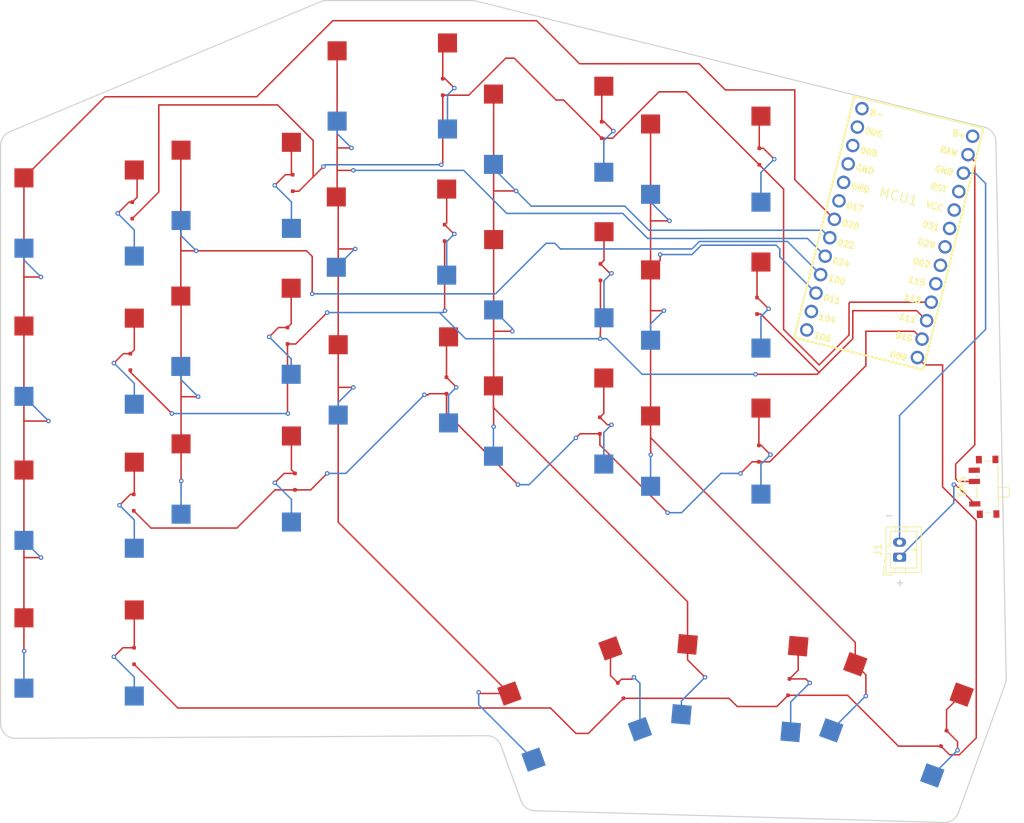
<source format=kicad_pcb>
(kicad_pcb (version 20240108) (generator "pcbnew") (generator_version "8.0")
  (layers (0 "F.Cu" signal) (31 "B.Cu" signal) (34 "B.Paste" user) (35 "F.Paste" user) (36 "B.SilkS" user "B.Silkscreen") (37 "F.SilkS" user "F.Silkscreen") (38 "B.Mask" user) (39 "F.Mask" user) (44 "Edge.Cuts" user))
  (net 0 "")
  (net 1 "Net-(J1-Pin_1)")
  (net 2 "gnd")
  (net 4 "Net-(MCU1-RAW)")
  (net 5 "row top")
  (net 6 "Net-(D1-A)")
  (net 7 "Net-(D2-A)")
  (net 8 "row mid")
  (net 9 "row bot")
  (net 10 "Net-(D3-A)")
  (net 11 "row low")
  (net 12 "Net-(D4-A)")
  (net 13 "Net-(D5-A)")
  (net 14 "Net-(D6-A)")
  (net 15 "Net-(D7-A)")
  (net 16 "Net-(D8-A)")
  (net 17 "Net-(D9-A)")
  (net 18 "Net-(D10-A)")
  (net 19 "Net-(D11-A)")
  (net 20 "Net-(D12-A)")
  (net 21 "Net-(D13-A)")
  (net 22 "Net-(D14-A)")
  (net 23 "Net-(D15-A)")
  (net 24 "Net-(D16-A)")
  (net 25 "Net-(D17-A)")
  (net 26 "Net-(D18-A)")
  (net 27 "Net-(D19-A)")
  (net 29 "column  ring")
  (net 34 "column pinky")
  (net 35 "column index")
  (net 36 "column  middle")
  (net 42 "column inner")
  (footprint "Library:SOD 323 DIODE USE THIS ONE" (layer "F.Cu") (at 79.5 36.75 90)
    (property "Reference" "D8" (hide yes))
    (property "Value" "Diode" (hide yes))
  )
  (footprint "Library:SOD 323 DIODE USE THIS ONE" (layer "F.Cu") (at 146.5 123.75 70)
    (property "Reference" "D19" (hide yes))
    (property "Value" "Diode" (hide yes))
  )
  (footprint "Library:GATERON SINGLE ORIGINAL" (layer "F.Cu") (at 53 89.25)
    (property "Reference" "S31" (hide yes))
    (property "Value" "Keyswitch" (hide yes))
  )
  (footprint "Library:GATERON SINGLE ORIGINAL" (layer "F.Cu") (at 115.75 85.52)
    (property "Reference" "S18" (hide yes))
    (property "Value" "Keyswitch" (hide yes))
  )
  (footprint "Library:SOD 323 DIODE USE THIS ONE" (layer "F.Cu") (at 100.5 82 90)
    (property "Reference" "D14" (hide yes))
    (property "Value" "Diode" (hide yes))
  )
  (footprint "Library:SOD 323 DIODE USE THIS ONE" (layer "F.Cu") (at 121.75 85.75 90)
    (property "Reference" "D18" (hide yes))
    (property "Value" "Diode" (hide yes))
  )
  (footprint "Library:SOD 323 DIODE USE THIS ONE" (layer "F.Cu") (at 38.243 112.8 90)
    (property "Reference" "D4" (hide yes))
    (property "Value" "Diode" (hide yes))
  )
  (footprint "Library:SOD 323 DIODE USE THIS ONE" (layer "F.Cu") (at 100.577 61.5 90)
    (property "Reference" "D13" (hide yes))
    (property "Value" "Diode" (hide yes))
  )
  (footprint "Library:SOD 323 DIODE USE THIS ONE" (layer "F.Cu") (at 125.75 116.944321 85)
    (property "Reference" "D15" (hide yes))
    (property "Value" "Diode" (hide yes))
  )
  (footprint "Library:GATERON SINGLE ORIGINAL" (layer "F.Cu") (at 32 73.5)
    (property "Reference" "S2" (hide yes))
    (property "Value" "Keyswitch" (hide yes))
  )
  (footprint "Library:GATERON SINGLE ORIGINAL" (layer "F.Cu") (at 32 112.5)
    (property "Reference" "S4" (hide yes))
    (property "Value" "Keyswitch" (hide yes))
  )
  (footprint "Library:SOD 323 DIODE USE THIS ONE" (layer "F.Cu") (at 59.447 49.58 90)
    (property "Reference" "D5" (hide yes))
    (property "Value" "Diode" (hide yes))
  )
  (footprint "Library:SOD 323 DIODE USE THIS ONE" (layer "F.Cu") (at 38.2 92.3 90)
    (property "Reference" "D3" (hide yes))
    (property "Value" "Diode" (hide yes))
  )
  (footprint "Library:GATERON SINGLE ORIGINAL" (layer "F.Cu") (at 73.857 36.72)
    (property "Reference" "S8" (hide yes))
    (property "Value" "Keyswitch" (hide yes))
  )
  (footprint "Library:SOD 323 DIODE USE THIS ONE" (layer "F.Cu") (at 80 76.65 90)
    (property "Reference" "D10" (hide yes))
    (property "Value" "Diode" (hide yes))
  )
  (footprint "Library:GATERON SINGLE ORIGINAL" (layer "F.Cu") (at 73.75 56.25)
    (property "Reference" "S9" (hide yes))
    (property "Value" "Keyswitch" (hide yes))
  )
  (footprint "Library:SOD 323 DIODE USE THIS ONE" (layer "F.Cu") (at 38 53.25 90)
    (property "Reference" "D1" (hide yes))
    (property "Value" "Diode" (hide yes))
  )
  (footprint "Library:SOD 323 DIODE USE THIS ONE" (layer "F.Cu") (at 103.25 117.5 110)
    (property "Reference" "D11" (hide yes))
    (property "Value" "Diode" (hide yes))
  )
  (footprint "Library:SOD 323 DIODE USE THIS ONE" (layer "F.Cu") (at 121.8 46.05 90)
    (property "Reference" "D16" (hide yes))
    (property "Value" "Diode" (hide yes))
  )
  (footprint "Library:GATERON SINGLE ORIGINAL" (layer "F.Cu") (at 94.75 81.5)
    (property "Reference" "S14" (hide yes))
    (property "Value" "Keyswitch" (hide yes))
  )
  (footprint "Library:GATERON SINGLE ORIGINAL" (layer "F.Cu") (at 32 92.75)
    (property "Reference" "S30" (hide yes))
    (property "Value" "Keyswitch" (hide yes))
  )
  (footprint "Library:GATERON SINGLE ORIGINAL" (layer "F.Cu") (at 98 119.5 20)
    (property "Reference" "S11" (hide yes))
    (property "Value" "Keyswitch" (hide yes))
  )
  (footprint "Library:GATERON SINGLE ORIGINAL" (layer "F.Cu") (at 120.25 116.75 -5)
    (property "Reference" "S37" (hide yes))
    (property "Value" "Keyswitch" (hide yes))
  )
  (footprint "Library:PROMICRO NRF52840" (layer "F.Cu") (at 139.741179 55.147036 -14)
    (property "Reference" "MCU1")
    (property "Value" "PRO MICRO NRF")
  )
  (footprint "Library:GATERON SINGLE ORIGINAL" (layer "F.Cu") (at 94.75 42.5)
    (property "Reference" "S23" (hide yes))
    (property "Value" "Keyswitch" (hide yes))
  )
  (footprint "Library:GATERON SINGLE ORIGINAL" (layer "F.Cu") (at 115.75 46.5)
    (property "Reference" "S16" (hide yes))
    (property "Value" "Keyswitch" (hide yes))
  )
  (footprint "Button_Switch_SMD:SW_SPDT_PCM12" (layer "F.Cu") (at 152.196229 90.3 91)
    (property "Reference" "SW1")
    (property "Value" "SW_Push_SPDT")
  )
  (footprint "Library:SOD 323 DIODE USE THIS ONE" (layer "F.Cu") (at 79.75 56.25 90)
    (property "Reference" "D9" (hide yes))
    (property "Value" "Diode" (hide yes))
  )
  (footprint "Library:GATERON SINGLE ORIGINAL" (layer "F.Cu") (at 32 53.7)
    (property "Reference" "S1" (hide yes))
    (property "Value" "Keyswitch" (hide yes))
  )
  (footprint "Library:SOD 323 DIODE USE THIS ONE" (layer "F.Cu") (at 37.75 73.5 90)
    (property "Reference" "D2" (hide yes))
    (property "Value" "Diode" (hide yes))
  )
  (footprint "Library:GATERON SINGLE ORIGINAL" (layer "F.Cu") (at 141 121.25 -20)
    (property "Reference" "S38" (hide yes))
    (property "Value" "Keyswitch" (hide yes))
  )
  (footprint "Library:SOD 323 DIODE USE THIS ONE" (layer "F.Cu") (at 59.75 89.5 90)
    (property "Reference" "D7" (hide yes))
    (property "Value" "Diode" (hide yes))
  )
  (footprint "Library:GATERON SINGLE ORIGINAL" (layer "F.Cu") (at 74 76)
    (property "Reference" "S10" (hide yes))
    (property "Value" "Keyswitch" (hide yes))
  )
  (footprint "Library:SOD 323 DIODE USE THIS ONE" (layer "F.Cu") (at 121.5 66 90)
    (property "Reference" "D17" (hide yes))
    (property "Value" "Diode" (hide yes))
  )
  (footprint "Library:GATERON SINGLE ORIGINAL" (layer "F.Cu") (at 115.75 66)
    (property "Reference" "S17" (hide yes))
    (property "Value" "Keyswitch" (hide yes))
  )
  (footprint "Connector_JST:JST_PH_B2B-PH-K_1x02_P2.00mm_Vertical" (layer "F.Cu") (at 140.75 99.7 90)
    (property "Reference" "J1")
    (property "Value" "Conn_01x02_Pin")
  )
  (footprint "Library:SOD 323 DIODE USE THIS ONE" (layer "F.Cu") (at 58.75 70 90)
    (property "Reference" "D6" (hide yes))
    (property "Value" "Diode" (hide yes))
  )
  (footprint "Library:GATERON SINGLE ORIGINAL" (layer "F.Cu") (at 94.775 61.95)
    (property "Reference" "S28" (hide yes))
    (property "Value" "Keyswitch" (hide yes))
  )
  (footprint "Library:GATERON SINGLE ORIGINAL" (layer "F.Cu") (at 52.967 69.5)
    (property "Reference" "S26" (hide yes))
    (property "Value" "Keyswitch" (hide yes))
  )
  (footprint "Library:GATERON SINGLE ORIGINAL" (layer "F.Cu") (at 53 50)
    (property "Reference" "S5" (hide yes))
    (property "Value" "Keyswitch" (hide yes))
  )
  (footprint "Library:SOD 323 DIODE USE THIS ONE" (layer "F.Cu") (at 100.75 42.5 90)
    (property "Reference" "D12" (hide yes))
    (property "Value" "Diode" (hide yes))
  )
  (footprint "Library:GATERON SINGLE ORIGINAL" (layer "B.Cu") (at 32 73.5)
    (property "Reference" "S25" (hide yes))
    (property "Value" "Keyswitch" (hide yes))
  )
  (footprint "Library:GATERON SINGLE ORIGINAL" (layer "B.Cu") (at 73.857 36.72)
    (property "Reference" "S22" (hide yes))
    (property "Value" "Keyswitch" (hide yes))
  )
  (footprint "Library:GATERON SINGLE ORIGINAL" (layer "B.Cu") (at 115.75 66)
    (property "Reference" "S29" (hide yes))
    (property "Value" "Keyswitch" (hide yes))
  )
  (footprint "Library:GATERON SINGLE ORIGINAL" (layer "B.Cu") (at 52.967 69.5)
    (property "Reference" "S6" (hide yes))
    (property "Value" "Keyswitch" (hide yes))
  )
  (footprint "Library:GATERON SINGLE ORIGINAL" (layer "B.Cu") (at 32 92.75)
    (property "Reference" "S3" (hide yes))
    (property "Value" "Keyswitch" (hide yes))
  )
  (footprint "Library:GATERON SINGLE ORIGINAL" (layer "B.Cu") (at 94.75 42.5)
    (property "Reference" "S12" (hide yes))
    (property "Value" "Keyswitch" (hide yes))
  )
  (footprint "Library:GATERON SINGLE ORIGINAL" (layer "B.Cu") (at 115.75 46.5)
    (property "Reference" "S24" (hide yes))
    (property "Value" "Keyswitch" (hide yes))
  )
  (footprint "Library:GATERON SINGLE ORIGINAL" (layer "B.Cu") (at 32 112.5)
    (property "Reference" "S35" (hide yes))
    (property "Value" "Keyswitch" (hide yes))
  )
  (footprint "Library:GATERON SINGLE ORIGINAL" (layer "B.Cu") (at 98 119.5 20)
    (property "Reference" "S36" (hide yes))
    (property "Value" "Keyswitch" (hide yes))
  )
  (footprint "Library:GATERON SINGLE ORIGINAL" (layer "B.Cu") (at 32 53.7)
    (property "Reference" "S20" (hide yes))
    (property "Value" "Keyswitch" (hide yes))
  )
  (footprint "Library:GATERON SINGLE ORIGINAL" (layer "B.Cu") (at 115.75 85.52)
    (property "Reference" "S34" (hide yes))
    (property "Value" "Keyswitch" (hide yes))
  )
  (footprint "Library:GATERON SINGLE ORIGINAL" (layer "B.Cu") (at 120.25 116.75 -5)
    (property "Reference" "S15" (hide yes))
    (property "Value" "Keyswitch" (hide yes))
  )
  (footprint "Library:GATERON SINGLE ORIGINAL" (layer "B.Cu") (at 53 89.25)
    (property "Reference" "S7" (hide yes))
    (property "Value" "Keyswitch" (hide yes))
  )
  (footprint "Library:GATERON SINGLE ORIGINAL" (layer "B.Cu") (at 141 121.25 -20)
    (property "Reference" "S19" (hide yes))
    (property "Value" "Keyswitch" (hide yes))
  )
  (footprint "Library:GATERON SINGLE ORIGINAL" (layer "B.Cu") (at 94.75 81.5)
    (property "Reference" "S33" (hide yes))
    (property "Value" "Keyswitch" (hide yes))
  )
  (footprint "Library:GATERON SINGLE ORIGINAL" (layer "B.Cu") (at 94.775 61.95)
    (property "Reference" "S13" (hide yes))
    (property "Value" "Keyswitch" (hide yes))
  )
  (footprint "Library:GATERON SINGLE ORIGINAL" (layer "B.Cu") (at 74 76)
    (property "Reference" "S32" (hide yes))
    (property "Value" "Keyswitch" (hide yes))
  )
  (footprint "Library:GATERON SINGLE ORIGINAL" (layer "B.Cu") (at 73.75 56.25)
    (property "Reference" "S27" (hide yes))
    (property "Value" "Keyswitch" (hide yes))
  )
  (footprint "Library:GATERON SINGLE ORIGINAL" (layer "B.Cu") (at 53 50)
    (property "Reference" "S21" (hide yes))
    (property "Value" "Keyswitch" (hide yes))
  )
  (gr_line (start 84.108295 25.363238) (end 152.112325 42.235025) (stroke (width 0.15)) (layer "Edge.Cuts"))
  (gr_arc (start 91.985053 133.580844) (mid 90.871991 133.203325) (end 90.163251 132.265714) (stroke (width 0.15)) (layer "Edge.Cuts"))
  (gr_line (start 153.630361 44.13801) (end 155 115.9) (stroke (width 0.15)) (layer "Edge.Cuts"))
  (gr_arc (start 83.626696 25.304388) (mid 83.869287 25.319152) (end 84.108295 25.363238) (stroke (width 0.15)) (layer "Edge.Cuts"))
  (gr_line (start 85.579858 123.55129) (end 22.612267 123.90315) (stroke (width 0.15)) (layer "Edge.Cuts"))
  (gr_line (start 146.675649 135.156137) (end 91.985053 133.580844) (stroke (width 0.15)) (layer "Edge.Cuts"))
  (gr_arc (start 148.612617 133.841007) (mid 147.856699 134.811646) (end 146.675649 135.156137) (stroke (width 0.15)) (layer "Edge.Cuts"))
  (gr_line (start 90.163251 132.265714) (end 87.470419 124.867218) (stroke (width 0.15)) (layer "Edge.Cuts"))
  (gr_arc (start 155 115.9) (mid 154.973208 116.266653) (end 154.87975 116.622205) (stroke (width 0.15)) (layer "Edge.Cuts"))
  (gr_arc (start 20.601091 44.685465) (mid 20.93614 43.577376) (end 21.828976 42.840516) (stroke (width 0.15)) (layer "Edge.Cuts"))
  (gr_arc (start 63.360602 25.459439) (mid 63.738951 25.343528) (end 64.132717 25.304388) (stroke (width 0.15)) (layer "Edge.Cuts"))
  (gr_arc (start 85.579858 123.55129) (mid 86.733604 123.909756) (end 87.470419 124.867218) (stroke (width 0.15)) (layer "Edge.Cuts"))
  (gr_line (start 64.132717 25.304388) (end 83.626696 25.304388) (stroke (width 0.15)) (layer "Edge.Cuts"))
  (gr_line (start 20.601091 121.903181) (end 20.601091 44.685465) (stroke (width 0.15)) (layer "Edge.Cuts"))
  (gr_arc (start 22.612267 123.90315) (mid 21.190853 123.321321) (end 20.601091 121.903181) (stroke (width 0.15)) (layer "Edge.Cuts"))
  (gr_line (start 21.828976 42.840516) (end 63.360601 25.459439) (stroke (width 0.15)) (layer "Edge.Cuts"))
  (gr_arc (start 152.112325 42.235026) (mid 153.194211 42.928962) (end 153.630361 44.13801) (stroke (width 0.15)) (layer "Edge.Cuts"))
  (gr_line (start 154.879749 116.622205) (end 148.612618 133.841007) (stroke (width 0.15)) (layer "Edge.Cuts"))
  (gr_text "-\n" (at 138.64 94.68 0) (layer "Edge.Cuts") (effects (font (size 1 1)) (justify left bottom)))
  (gr_text "+\n" (at 140.08 103.63 0) (layer "Edge.Cuts") (effects (font (size 1 1)) (justify left bottom)))
  (segment (start 150.805715 92.574614) (end 148.231101 90) (width 0.2) (layer "F.Cu") (net 1))
  (segment (start 148.231101 90) (end 148 90) (width 0.2) (layer "F.Cu") (net 1))
  (via (at 148 90) (size 0.6) (drill 0.3) (layers "F.Cu" "B.Cu") (net 1))
  (segment (start 148 92.45) (end 140.75 99.7) (width 0.2) (layer "B.Cu") (net 1))
  (segment (start 148 90) (end 148 92.45) (width 0.2) (layer "B.Cu") (net 1))
  (segment (start 140.75 80.75) (end 152.25 69.25) (width 0.2) (layer "B.Cu") (net 2))
  (segment (start 150.864552 48.364552) (end 149.285518 48.364552) (width 0.2) (layer "B.Cu") (net 2))
  (segment (start 152.25 69.25) (end 152.25 49.75) (width 0.2) (layer "B.Cu") (net 2))
  (segment (start 140.75 97.7) (end 140.75 80.75) (width 0.2) (layer "B.Cu") (net 2))
  (segment (start 152.25 49.75) (end 150.864552 48.364552) (width 0.2) (layer "B.Cu") (net 2))
  (segment (start 148.25 89.25) (end 148.575071 89.575071) (width 0.2) (layer "F.Cu") (net 4))
  (segment (start 148.575071 89.575071) (end 150.753357 89.575071) (width 0.2) (layer "F.Cu") (net 4))
  (segment (start 148.25 87.25) (end 148.25 89.25) (width 0.2) (layer "F.Cu") (net 4))
  (segment (start 149.9 45.9) (end 150.8 46.8) (width 0.2) (layer "F.Cu") (net 4))
  (segment (start 150.8 84.7) (end 148.25 87.25) (width 0.2) (layer "F.Cu") (net 4))
  (segment (start 150.8 46.8) (end 150.8 84.7) (width 0.2) (layer "F.Cu") (net 4))
  (segment (start 79.7 37.95) (end 83.175 37.95) (width 0.2) (layer "F.Cu") (net 5))
  (segment (start 134 70) (end 134 65.75) (width 0.2) (layer "F.Cu") (net 5))
  (segment (start 89.25 33) (end 94.85 38.6) (width 0.2) (layer "F.Cu") (net 5))
  (segment (start 59.647 50.78) (end 60.47 50.78) (width 0.2) (layer "F.Cu") (net 5))
  (segment (start 125.25 69.25) (end 130 74) (width 0.2) (layer "F.Cu") (net 5))
  (segment (start 79.5 47.25) (end 79.7 47.05) (width 0.2) (layer "F.Cu") (net 5))
  (segment (start 108.598529 37.5) (end 112.25 37.5) (width 0.2) (layer "F.Cu") (net 5))
  (segment (start 102.398529 43.7) (end 108.598529 37.5) (width 0.2) (layer "F.Cu") (net 5))
  (segment (start 83.175 37.95) (end 88.125 33) (width 0.2) (layer "F.Cu") (net 5))
  (segment (start 79.7 47.05) (end 79.7 37.95) (width 0.2) (layer "F.Cu") (net 5))
  (segment (start 41.75 39.25) (end 57.625 39.25) (width 0.2) (layer "F.Cu") (net 5))
  (segment (start 112.25 37.5) (end 122 47.25) (width 0.2) (layer "F.Cu") (net 5))
  (segment (start 88.125 33) (end 89.25 33) (width 0.2) (layer "F.Cu") (net 5))
  (segment (start 100.95 43.7) (end 102.398529 43.7) (width 0.2) (layer "F.Cu") (net 5))
  (segment (start 62.375 48.875) (end 63.75 47.5) (width 0.2) (layer "F.Cu") (net 5))
  (segment (start 134 65.75) (end 134.133589 65.616411) (width 0.2) (layer "F.Cu") (net 5))
  (segment (start 62.375 44) (end 62.375 48.875) (width 0.2) (layer "F.Cu") (net 5))
  (segment (start 94.85 38.6) (end 95.85 38.6) (width 0.2) (layer "F.Cu") (net 5))
  (segment (start 125.25 50.5) (end 125.25 69.25) (width 0.2) (layer "F.Cu") (net 5))
  (segment (start 57.625 39.25) (end 62.375 44) (width 0.2) (layer "F.Cu") (net 5))
  (segment (start 95.85 38.6) (end 100.95 43.7) (width 0.2) (layer "F.Cu") (net 5))
  (segment (start 130 74) (end 134 70) (width 0.2) (layer "F.Cu") (net 5))
  (segment (start 60.47 50.78) (end 62.375 48.875) (width 0.2) (layer "F.Cu") (net 5))
  (segment (start 41.75 50.9) (end 41.75 39.25) (width 0.2) (layer "F.Cu") (net 5))
  (segment (start 134.133589 65.616411) (end 144.984147 65.616411) (width 0.2) (layer "F.Cu") (net 5))
  (segment (start 38.2 54.45) (end 41.75 50.9) (width 0.2) (layer "F.Cu") (net 5))
  (segment (start 122 47.25) (end 125.25 50.5) (width 0.2) (layer "F.Cu") (net 5))
  (via (at 79.5 47.25) (size 0.6) (drill 0.3) (layers "F.Cu" "B.Cu") (net 5))
  (via (at 63.75 47.5) (size 0.6) (drill 0.3) (layers "F.Cu" "B.Cu") (net 5))
  (segment (start 63.75 47.5) (end 64 47.25) (width 0.2) (layer "B.Cu") (net 5))
  (segment (start 64 47.25) (end 79.5 47.25) (width 0.2) (layer "B.Cu") (net 5))
  (segment (start 36.25 53.75) (end 37.75 52.25) (width 0.2) (layer "F.Cu") (net 6))
  (segment (start 38.85 48.325) (end 38.85 51.6) (width 0.2) (layer "F.Cu") (net 6))
  (segment (start 37.75 52.25) (end 38.2 52.25) (width 0.2) (layer "F.Cu") (net 6))
  (segment (start 38.85 51.6) (end 38.2 52.25) (width 0.2) (layer "F.Cu") (net 6))
  (segment (start 38.475 47.95) (end 38.85 48.325) (width 0.2) (layer "F.Cu") (net 6))
  (via (at 36.25 53.75) (size 0.6) (drill 0.3) (layers "F.Cu" "B.Cu") (net 6))
  (segment (start 38.475 55.975) (end 36.25 53.75) (width 0.2) (layer "B.Cu") (net 6))
  (segment (start 38.475 59.45) (end 38.475 55.975) (width 0.2) (layer "B.Cu") (net 6))
  (segment (start 38.475 67.75) (end 38.475 71.975) (width 0.2) (layer "F.Cu") (net 7))
  (segment (start 38.475 71.975) (end 37.95 72.5) (width 0.2) (layer "F.Cu") (net 7))
  (segment (start 37 72.5) (end 37.95 72.5) (width 0.2) (layer "F.Cu") (net 7))
  (segment (start 35.75 73.75) (end 37 72.5) (width 0.2) (layer "F.Cu") (net 7))
  (via (at 35.75 73.75) (size 0.6) (drill 0.3) (layers "F.Cu" "B.Cu") (net 7))
  (segment (start 38.475 79.25) (end 38.475 76.475) (width 0.2) (layer "B.Cu") (net 7))
  (segment (start 38.475 76.475) (end 35.75 73.75) (width 0.2) (layer "B.Cu") (net 7))
  (segment (start 134.5 70.5) (end 134.5 66.75) (width 0.2) (layer "F.Cu") (net 8))
  (segment (start 80 66.75) (end 79.95 66.7) (width 0.2) (layer "F.Cu") (net 8))
  (segment (start 58.95 80.45) (end 58.95 71.2) (width 0.2) (layer "F.Cu") (net 8))
  (segment (start 58.95 71.2) (end 60.05 71.2) (width 0.2) (layer "F.Cu") (net 8))
  (segment (start 143.038705 66.75) (end 144.369666 68.080961) (width 0.2) (layer "F.Cu") (net 8))
  (segment (start 134.5 66.75) (end 143.038705 66.75) (width 0.2) (layer "F.Cu") (net 8))
  (segment (start 100.75 70.5) (end 100.75 69.75) (width 0.2) (layer "F.Cu") (net 8))
  (segment (start 130 75) (end 134.5 70.5) (width 0.2) (layer "F.Cu") (net 8))
  (segment (start 122.2 67.2) (end 130 75) (width 0.2) (layer "F.Cu") (net 8))
  (segment (start 100.75 69.75) (end 100.777 69.723) (width 0.2) (layer "F.Cu") (net 8))
  (segment (start 100.777 69.723) (end 100.777 62.7) (width 0.2) (layer "F.Cu") (net 8))
  (segment (start 129.75 75.25) (end 130 75) (width 0.2) (layer "F.Cu") (net 8))
  (segment (start 121.7 67.2) (end 122.2 67.2) (width 0.2) (layer "F.Cu") (net 8))
  (segment (start 59 80.5) (end 58.95 80.45) (width 0.2) (layer "F.Cu") (net 8))
  (segment (start 37.95 74.7) (end 37.95 74.95) (width 0.2) (layer "F.Cu") (net 8))
  (segment (start 60.05 71.2) (end 64.25 67) (width 0.2) (layer "F.Cu") (net 8))
  (segment (start 37.95 74.95) (end 43.5 80.5) (width 0.2) (layer "F.Cu") (net 8))
  (segment (start 79.95 66.7) (end 79.95 57.45) (width 0.2) (layer "F.Cu") (net 8))
  (segment (start 121.5 75.25) (end 129.75 75.25) (width 0.2) (layer "F.Cu") (net 8))
  (via (at 64.25 67) (size 0.6) (drill 0.3) (layers "F.Cu" "B.Cu") (net 8))
  (via (at 121.5 75.25) (size 0.6) (drill 0.3) (layers "F.Cu" "B.Cu") (net 8))
  (via (at 43.5 80.5) (size 0.6) (drill 0.3) (layers "F.Cu" "B.Cu") (net 8))
  (via (at 100.75 70.5) (size 0.6) (drill 0.3) (layers "F.Cu" "B.Cu") (net 8))
  (via (at 59 80.5) (size 0.6) (drill 0.3) (layers "F.Cu" "B.Cu") (net 8))
  (via (at 80 66.75) (size 0.6) (drill 0.3) (layers "F.Cu" "B.Cu") (net 8))
  (segment (start 79.75 67) (end 80 66.75) (width 0.2) (layer "B.Cu") (net 8))
  (segment (start 79.25 67) (end 79.75 67) (width 0.2) (layer "B.Cu") (net 8))
  (segment (start 64.25 67) (end 79.25 67) (width 0.2) (layer "B.Cu") (net 8))
  (segment (start 79.25 67) (end 82.75 70.5) (width 0.2) (layer "B.Cu") (net 8))
  (segment (start 99.25 70.5) (end 101.6 70.5) (width 0.2) (layer "B.Cu") (net 8))
  (segment (start 101.6 70.5) (end 106.35 75.25) (width 0.2) (layer "B.Cu") (net 8))
  (segment (start 99.25 70.5) (end 100.75 70.5) (width 0.2) (layer "B.Cu") (net 8))
  (segment (start 43.5 80.5) (end 59 80.5) (width 0.2) (layer "B.Cu") (net 8))
  (segment (start 106.35 75.25) (end 121.5 75.25) (width 0.2) (layer "B.Cu") (net 8))
  (segment (start 82.75 70.5) (end 99.25 70.5) (width 0.2) (layer "B.Cu") (net 8))
  (segment (start 121.05 86.95) (end 121.95 86.95) (width 0.2) (layer "F.Cu") (net 9))
  (segment (start 77.9 77.85) (end 80.2 77.85) (width 0.2) (layer "F.Cu") (net 9))
  (segment (start 52.183705 95.8) (end 57.283705 90.7) (width 0.2) (layer "F.Cu") (net 9))
  (segment (start 38.4 93.5) (end 40.7 95.8) (width 0.2) (layer "F.Cu") (net 9))
  (segment (start 40.7 95.8) (end 52.183705 95.8) (width 0.2) (layer "F.Cu") (net 9))
  (segment (start 123.398529 86.95) (end 136.25 74.098529) (width 0.2) (layer "F.Cu") (net 9))
  (segment (start 57.283705 90.7) (end 59.95 90.7) (width 0.2) (layer "F.Cu") (net 9))
  (segment (start 100.7 83.2) (end 100.7 84.7) (width 0.2) (layer "F.Cu") (net 9))
  (segment (start 80.2 80.45) (end 89.75 90) (width 0.2) (layer "F.Cu") (net 9))
  (segment (start 119.5 88.5) (end 121.05 86.95) (width 0.2) (layer "F.Cu") (net 9))
  (segment (start 98.05 83.2) (end 100.7 83.2) (width 0.2) (layer "F.Cu") (net 9))
  (segment (start 121.95 86.95) (end 123.398529 86.95) (width 0.2) (layer "F.Cu") (net 9))
  (segment (start 80.2 77.85) (end 80.2 80.45) (width 0.2) (layer "F.Cu") (net 9))
  (segment (start 136.25 74.098529) (end 136.25 69.5) (width 0.2) (layer "F.Cu") (net 9))
  (segment (start 62.05 90.7) (end 64.25 88.5) (width 0.2) (layer "F.Cu") (net 9))
  (segment (start 100.7 84.7) (end 109.75 93.75) (width 0.2) (layer "F.Cu") (net 9))
  (segment (start 77.25 78) (end 77.75 78) (width 0.2) (layer "F.Cu") (net 9))
  (segment (start 97.5 83.75) (end 98.05 83.2) (width 0.2) (layer "F.Cu") (net 9))
  (segment (start 59.95 90.7) (end 62.05 90.7) (width 0.2) (layer "F.Cu") (net 9))
  (segment (start 77.75 78) (end 77.9 77.85) (width 0.2) (layer "F.Cu") (net 9))
  (segment (start 136.25 69.5) (end 142.709671 69.5) (width 0.2) (layer "F.Cu") (net 9))
  (segment (start 142.709671 69.5) (end 143.755183 70.545512) (width 0.2) (layer "F.Cu") (net 9))
  (via (at 119.5 88.5) (size 0.6) (drill 0.3) (layers "F.Cu" "B.Cu") (net 9))
  (via (at 109.75 93.75) (size 0.6) (drill 0.3) (layers "F.Cu" "B.Cu") (net 9))
  (via (at 89.75 90) (size 0.6) (drill 0.3) (layers "F.Cu" "B.Cu") (net 9))
  (via (at 77.25 78) (size 0.6) (drill 0.3) (layers "F.Cu" "B.Cu") (net 9))
  (via (at 97.5 83.75) (size 0.6) (drill 0.3) (layers "F.Cu" "B.Cu") (net 9))
  (via (at 64.25 88.5) (size 0.6) (drill 0.3) (layers "F.Cu" "B.Cu") (net 9))
  (segment (start 89.75 90) (end 91.25 90) (width 0.2) (layer "B.Cu") (net 9))
  (segment (start 91.25 90) (end 97.5 83.75) (width 0.2) (layer "B.Cu") (net 9))
  (segment (start 109.75 93.75) (end 111.621219 93.75) (width 0.2) (layer "B.Cu") (net 9))
  (segment (start 66.75 88.5) (end 77.25 78) (width 0.2) (layer "B.Cu") (net 9))
  (segment (start 111.621219 93.75) (end 116.871219 88.5) (width 0.2) (layer "B.Cu") (net 9))
  (segment (start 64.25 88.5) (end 66.75 88.5) (width 0.2) (layer "B.Cu") (net 9))
  (segment (start 116.871219 88.5) (end 119.5 88.5) (width 0.2) (layer "B.Cu") (net 9))
  (segment (start 36.5 92.75) (end 37.95 91.3) (width 0.2) (layer "F.Cu") (net 10))
  (segment (start 38.475 87) (end 38.475 91.225) (width 0.2) (layer "F.Cu") (net 10))
  (segment (start 37.95 91.3) (end 38.4 91.3) (width 0.2) (layer "F.Cu") (net 10))
  (segment (start 38.475 91.225) (end 38.4 91.3) (width 0.2) (layer "F.Cu") (net 10))
  (via (at 36.5 92.75) (size 0.6) (drill 0.3) (layers "F.Cu" "B.Cu") (net 10))
  (segment (start 38.475 94.725) (end 36.5 92.75) (width 0.2) (layer "B.Cu") (net 10))
  (segment (start 38.475 98.5) (end 38.475 94.725) (width 0.2) (layer "B.Cu") (net 10))
  (segment (start 148.748529 126.1) (end 151 123.848529) (width 0.2) (layer "F.Cu") (net 11))
  (segment (start 151 94.80539) (end 146.5 90.30539) (width 0.2) (layer "F.Cu") (net 11))
  (segment (start 133.805967 118.157186) (end 140.594816 124.946035) (width 0.2) (layer "F.Cu") (net 11))
  (segment (start 146.5 90.30539) (end 146.5 74) (width 0.2) (layer "F.Cu") (net 11))
  (segment (start 94.097846 119.847846) (end 97.497686 123.247686) (width 0.2) (layer "F.Cu") (net 11))
  (segment (start 97.497686 123.247686) (end 99.159904 123.247686) (width 0.2) (layer "F.Cu") (net 11))
  (segment (start 44.290846 119.847846) (end 94.097846 119.847846) (width 0.2) (layer "F.Cu") (net 11))
  (segment (start 125.844652 118.157186) (end 133.805967 118.157186) (width 0.2) (layer "F.Cu") (net 11))
  (segment (start 119.048781 119.65) (end 124.351838 119.65) (width 0.2) (layer "F.Cu") (net 11))
  (segment (start 146.5 74) (end 144.130638 74) (width 0.2) (layer "F.Cu") (net 11))
  (segment (start 124.351838 119.65) (end 125.844652 118.157186) (width 0.2) (layer "F.Cu") (net 11))
  (segment (start 146.277515 124.946035) (end 147.43148 126.1) (width 0.2) (layer "F.Cu") (net 11))
  (segment (start 144.130638 74) (end 143.140701 73.010063) (width 0.2) (layer "F.Cu") (net 11))
  (segment (start 147.43148 126.1) (end 148.748529 126.1) (width 0.2) (layer "F.Cu") (net 11))
  (segment (start 140.594816 124.946035) (end 146.277515 124.946035) (width 0.2) (layer "F.Cu") (net 11))
  (segment (start 38.443 114) (end 44.290846 119.847846) (width 0.2) (layer "F.Cu") (net 11))
  (segment (start 151 123.848529) (end 151 94.80539) (width 0.2) (layer "F.Cu") (net 11))
  (segment (start 99.159904 123.247686) (end 103.848363 118.559227) (width 0.2) (layer "F.Cu") (net 11))
  (segment (start 117.958008 118.559227) (end 119.048781 119.65) (width 0.2) (layer "F.Cu") (net 11))
  (segment (start 103.848363 118.559227) (end 117.958008 118.559227) (width 0.2) (layer "F.Cu") (net 11))
  (segment (start 36.95 111.8) (end 38.443 111.8) (width 0.2) (layer "F.Cu") (net 12))
  (segment (start 38.475 106.75) (end 38.475 111.768) (width 0.2) (layer "F.Cu") (net 12))
  (segment (start 38.475 111.768) (end 38.443 111.8) (width 0.2) (layer "F.Cu") (net 12))
  (segment (start 35.75 113) (end 36.95 111.8) (width 0.2) (layer "F.Cu") (net 12))
  (via (at 35.75 113) (size 0.6) (drill 0.3) (layers "F.Cu" "B.Cu") (net 12))
  (segment (start 38.475 115.725) (end 35.75 113) (width 0.2) (layer "B.Cu") (net 12))
  (segment (start 38.475 118.25) (end 38.475 115.725) (width 0.2) (layer "B.Cu") (net 12))
  (segment (start 59.475 44.25) (end 59.475 48.408) (width 0.2) (layer "F.Cu") (net 13))
  (segment (start 58.67 48.58) (end 59.647 48.58) (width 0.2) (layer "F.Cu") (net 13))
  (segment (start 59.475 48.408) (end 59.647 48.58) (width 0.2) (layer "F.Cu") (net 13))
  (segment (start 57.25 50) (end 58.67 48.58) (width 0.2) (layer "F.Cu") (net 13))
  (via (at 57.25 50) (size 0.6) (drill 0.3) (layers "F.Cu" "B.Cu") (net 13))
  (segment (start 59.475 55.75) (end 59.475 52.225) (width 0.2) (layer "B.Cu") (net 13))
  (segment (start 59.475 52.225) (end 57.25 50) (width 0.2) (layer "B.Cu") (net 13))
  (segment (start 59.442 63.75) (end 59.442 68.508) (width 0.2) (layer "F.Cu") (net 14))
  (segment (start 57.75 69) (end 58.95 69) (width 0.2) (layer "F.Cu") (net 14))
  (segment (start 56.5 70.25) (end 57.75 69) (width 0.2) (layer "F.Cu") (net 14))
  (segment (start 59.442 68.508) (end 58.95 69) (width 0.2) (layer "F.Cu") (net 14))
  (via (at 56.5 70.25) (size 0.6) (drill 0.3) (layers "F.Cu" "B.Cu") (net 14))
  (segment (start 59.442 75.25) (end 59.442 73.192) (width 0.2) (layer "B.Cu") (net 14))
  (segment (start 59.442 73.192) (end 56.5 70.25) (width 0.2) (layer "B.Cu") (net 14))
  (segment (start 58.5 88.5) (end 59.95 88.5) (width 0.2) (layer "F.Cu") (net 15))
  (segment (start 59.475 88.025) (end 59.95 88.5) (width 0.2) (layer "F.Cu") (net 15))
  (segment (start 57.25 89.75) (end 58.5 88.5) (width 0.2) (layer "F.Cu") (net 15))
  (segment (start 59.475 83.5) (end 59.475 88.025) (width 0.2) (layer "F.Cu") (net 15))
  (via (at 57.25 89.75) (size 0.6) (drill 0.3) (layers "F.Cu" "B.Cu") (net 15))
  (segment (start 59.475 91.975) (end 57.25 89.75) (width 0.2) (layer "B.Cu") (net 15))
  (segment (start 59.475 95) (end 59.475 91.975) (width 0.2) (layer "B.Cu") (net 15))
  (segment (start 81.25 37) (end 80 35.75) (width 0.2) (layer "F.Cu") (net 16))
  (segment (start 80 35.75) (end 79.7 35.75) (width 0.2) (layer "F.Cu") (net 16))
  (segment (start 79.7 35.75) (end 79.7 31.602) (width 0.2) (layer "F.Cu") (net 16))
  (segment (start 79.7 31.602) (end 80.332 30.97) (width 0.2) (layer "F.Cu") (net 16))
  (via (at 81.25 37) (size 0.6) (drill 0.3) (layers "F.Cu" "B.Cu") (net 16))
  (segment (start 80.332 37.918) (end 81.25 37) (width 0.2) (layer "B.Cu") (net 16))
  (segment (start 80.332 42.47) (end 80.332 37.918) (width 0.2) (layer "B.Cu") (net 16))
  (segment (start 81.25 56.5) (end 81.2 56.5) (width 0.2) (layer "F.Cu") (net 17))
  (segment (start 81.2 56.5) (end 79.95 55.25) (width 0.2) (layer "F.Cu") (net 17))
  (segment (start 80.225 54.975) (end 79.95 55.25) (width 0.2) (layer "F.Cu") (net 17))
  (segment (start 80.225 50.5) (end 80.225 54.975) (width 0.2) (layer "F.Cu") (net 17))
  (via (at 81.25 56.5) (size 0.6) (drill 0.3) (layers "F.Cu" "B.Cu") (net 17))
  (segment (start 80.225 57.525) (end 81.25 56.5) (width 0.2) (layer "B.Cu") (net 17))
  (segment (start 80.225 62) (end 80.225 57.525) (width 0.2) (layer "B.Cu") (net 17))
  (segment (start 81.5 77) (end 81.5 76.95) (width 0.2) (layer "F.Cu") (net 18))
  (segment (start 80.2 75.65) (end 80.2 70.525) (width 0.2) (layer "F.Cu") (net 18))
  (segment (start 80.2 70.525) (end 80.475 70.25) (width 0.2) (layer "F.Cu") (net 18))
  (segment (start 81.5 76.95) (end 80.2 75.65) (width 0.2) (layer "F.Cu") (net 18))
  (via (at 81.5 77) (size 0.6) (drill 0.3) (layers "F.Cu" "B.Cu") (net 18))
  (segment (start 80.475 78.025) (end 81.5 77) (width 0.2) (layer "B.Cu") (net 18))
  (segment (start 80.475 81.75) (end 80.475 78.025) (width 0.2) (layer "B.Cu") (net 18))
  (segment (start 105.25 115.75) (end 105 116) (width 0.2) (layer "F.Cu") (net 19))
  (segment (start 102.117894 111.882187) (end 102.117894 115.513879) (width 0.2) (layer "F.Cu") (net 19))
  (segment (start 102.117894 115.513879) (end 103.095918 116.491903) (width 0.2) (layer "F.Cu") (net 19))
  (segment (start 105 116) (end 103.587821 116) (width 0.2) (layer "F.Cu") (net 19))
  (segment (start 103.587821 116) (end 103.095918 116.491903) (width 0.2) (layer "F.Cu") (net 19))
  (via (at 105.25 115.75) (size 0.6) (drill 0.3) (layers "F.Cu" "B.Cu") (net 19))
  (segment (start 106.051125 122.688653) (end 106.051125 116.551125) (width 0.2) (layer "B.Cu") (net 19))
  (segment (start 106.051125 116.551125) (end 105.25 115.75) (width 0.2) (layer "B.Cu") (net 19))
  (segment (start 102.5 42.75) (end 101.25 41.5) (width 0.2) (layer "F.Cu") (net 20))
  (segment (start 100.95 41.5) (end 100.95 37.025) (width 0.2) (layer "F.Cu") (net 20))
  (segment (start 101.25 41.5) (end 100.95 41.5) (width 0.2) (layer "F.Cu") (net 20))
  (segment (start 100.95 37.025) (end 101.225 36.75) (width 0.2) (layer "F.Cu") (net 20))
  (via (at 102.5 42.75) (size 0.6) (drill 0.3) (layers "F.Cu" "B.Cu") (net 20))
  (segment (start 101.225 48.25) (end 101.225 44.025) (width 0.2) (layer "B.Cu") (net 20))
  (segment (start 101.225 44.025) (end 102.5 42.75) (width 0.2) (layer "B.Cu") (net 20))
  (segment (start 102.027 61.75) (end 100.777 60.5) (width 0.2) (layer "F.Cu") (net 21))
  (segment (start 101.25 56.2) (end 101.25 60.027) (width 0.2) (layer "F.Cu") (net 21))
  (segment (start 101.25 60.027) (end 100.777 60.5) (width 0.2) (layer "F.Cu") (net 21))
  (segment (start 102.25 61.75) (end 102.027 61.75) (width 0.2) (layer "F.Cu") (net 21))
  (via (at 102.25 61.75) (size 0.6) (drill 0.3) (layers "F.Cu" "B.Cu") (net 21))
  (segment (start 101.25 67.7) (end 101.25 62.75) (width 0.2) (layer "B.Cu") (net 21))
  (segment (start 101.25 62.75) (end 102.25 61.75) (width 0.2) (layer "B.Cu") (net 21))
  (segment (start 101.225 80.475) (end 100.7 81) (width 0.2) (layer "F.Cu") (net 22))
  (segment (start 101.7 82) (end 100.7 81) (width 0.2) (layer "F.Cu") (net 22))
  (segment (start 102.25 82) (end 101.7 82) (width 0.2) (layer "F.Cu") (net 22))
  (segment (start 101.225 75.75) (end 101.225 80.475) (width 0.2) (layer "F.Cu") (net 22))
  (via (at 102.25 82) (size 0.6) (drill 0.3) (layers "F.Cu" "B.Cu") (net 22))
  (segment (start 101.225 87.25) (end 101.225 83.025) (width 0.2) (layer "B.Cu") (net 22))
  (segment (start 101.225 83.025) (end 102.25 82) (width 0.2) (layer "B.Cu") (net 22))
  (segment (start 128.75 116.5) (end 128.215557 115.965557) (width 0.2) (layer "F.Cu") (net 23))
  (segment (start 128.215557 115.965557) (end 126.036395 115.965557) (width 0.2) (layer "F.Cu") (net 23))
  (segment (start 127.201506 114.800446) (end 126.036395 115.965557) (width 0.2) (layer "F.Cu") (net 23))
  (segment (start 127.201506 111.586214) (end 127.201506 114.800446) (width 0.2) (layer "F.Cu") (net 23))
  (via (at 128.75 116.5) (size 0.6) (drill 0.3) (layers "F.Cu" "B.Cu") (net 23))
  (segment (start 126.199215 119.050785) (end 128.75 116.5) (width 0.2) (layer "B.Cu") (net 23))
  (segment (start 126.199215 123.042453) (end 126.199215 119.050785) (width 0.2) (layer "B.Cu") (net 23))
  (segment (start 122 45.05) (end 122 40.975) (width 0.2) (layer "F.Cu") (net 24))
  (segment (start 122.55 45.05) (end 122 45.05) (width 0.2) (layer "F.Cu") (net 24))
  (segment (start 122 40.975) (end 122.225 40.75) (width 0.2) (layer "F.Cu") (net 24))
  (segment (start 124 46.5) (end 122.55 45.05) (width 0.2) (layer "F.Cu") (net 24))
  (via (at 124 46.5) (size 0.6) (drill 0.3) (layers "F.Cu" "B.Cu") (net 24))
  (segment (start 122.225 52.25) (end 122.225 48.275) (width 0.2) (layer "B.Cu") (net 24))
  (segment (start 122.225 48.275) (end 124 46.5) (width 0.2) (layer "B.Cu") (net 24))
  (segment (start 121.75 65) (end 121.7 65) (width 0.2) (layer "F.Cu") (net 25))
  (segment (start 123.25 66.5) (end 121.75 65) (width 0.2) (layer "F.Cu") (net 25))
  (segment (start 121.7 65) (end 121.7 60.775) (width 0.2) (layer "F.Cu") (net 25))
  (segment (start 121.7 60.775) (end 122.225 60.25) (width 0.2) (layer "F.Cu") (net 25))
  (via (at 123.25 66.5) (size 0.6) (drill 0.3) (layers "F.Cu" "B.Cu") (net 25))
  (segment (start 122.225 71.75) (end 122.225 67.525) (width 0.2) (layer "B.Cu") (net 25))
  (segment (start 122.225 67.525) (end 123.25 66.5) (width 0.2) (layer "B.Cu") (net 25))
  (segment (start 123.5 86) (end 122.25 84.75) (width 0.2) (layer "F.Cu") (net 26))
  (segment (start 121.95 84.75) (end 121.95 80.045) (width 0.2) (layer "F.Cu") (net 26))
  (segment (start 121.95 80.045) (end 122.225 79.77) (width 0.2) (layer "F.Cu") (net 26))
  (segment (start 122.25 84.75) (end 121.95 84.75) (width 0.2) (layer "F.Cu") (net 26))
  (via (at 123.5 86) (size 0.6) (drill 0.3) (layers "F.Cu" "B.Cu") (net 26))
  (segment (start 122.225 91.27) (end 122.225 87.275) (width 0.2) (layer "B.Cu") (net 26))
  (segment (start 122.225 87.275) (end 123.5 86) (width 0.2) (layer "B.Cu") (net 26))
  (segment (start 148.5 125.5) (end 148.5 124.34875) (width 0.2) (layer "F.Cu") (net 27))
  (segment (start 149.051125 118.061347) (end 147.02996 120.082512) (width 0.2) (layer "F.Cu") (net 27))
  (segment (start 147.02996 120.082512) (end 147.02996 122.87871) (width 0.2) (layer "F.Cu") (net 27))
  (segment (start 148.5 124.34875) (end 147.02996 122.87871) (width 0.2) (layer "F.Cu") (net 27))
  (via (at 148.5 125.5) (size 0.6) (drill 0.3) (layers "F.Cu" "B.Cu") (net 27))
  (segment (start 148.485707 125.5) (end 148.5 125.5) (width 0.2) (layer "B.Cu") (net 27))
  (segment (start 145.117894 128.867813) (end 148.485707 125.5) (width 0.2) (layer "B.Cu") (net 27))
  (segment (start 46.75 58.75) (end 44.692 58.75) (width 0.2) (layer "F.Cu") (net 29))
  (segment (start 44.692 45.333) (end 44.725 45.3) (width 0.2) (layer "F.Cu") (net 29))
  (segment (start 44.725 78.25) (end 44.725 64.833) (width 0.2) (layer "F.Cu") (net 29))
  (segment (start 44.692 64.8) (end 44.692 58.75) (width 0.2) (layer "F.Cu") (net 29))
  (segment (start 61.5 58.75) (end 62.25 59.5) (width 0.2) (layer "F.Cu") (net 29))
  (segment (start 46.75 58.75) (end 61.5 58.75) (width 0.2) (layer "F.Cu") (net 29))
  (segment (start 44.725 84.55) (end 44.725 89.475) (width 0.2) (layer "F.Cu") (net 29))
  (segment (start 62.25 59.5) (end 62.25 64.5) (width 0.2) (layer "F.Cu") (net 29))
  (segment (start 44.725 84.55) (end 44.725 78.25) (width 0.2) (layer "F.Cu") (net 29))
  (segment (start 44.692 58.75) (end 44.692 45.333) (width 0.2) (layer "F.Cu") (net 29))
  (segment (start 44.725 64.833) (end 44.692 64.8) (width 0.2) (layer "F.Cu") (net 29))
  (segment (start 47 78.25) (end 44.725 78.25) (width 0.2) (layer "F.Cu") (net 29))
  (segment (start 44.725 89.475) (end 44.75 89.5) (width 0.2) (layer "F.Cu") (net 29))
  (via (at 46.75 58.75) (size 0.6) (drill 0.3) (layers "F.Cu" "B.Cu") (net 29))
  (via (at 62.25 64.5) (size 0.6) (drill 0.3) (layers "F.Cu" "B.Cu") (net 29))
  (via (at 44.75 89.5) (size 0.6) (drill 0.3) (layers "F.Cu" "B.Cu") (net 29))
  (via (at 47 78.25) (size 0.6) (drill 0.3) (layers "F.Cu" "B.Cu") (net 29))
  (segment (start 113 58.5) (end 114 57.5) (width 0.2) (layer "B.Cu") (net 29))
  (segment (start 114 57.5) (end 125.76732 57.5) (width 0.2) (layer "B.Cu") (net 29))
  (segment (start 44.725 56.725) (end 46.75 58.75) (width 0.2) (layer "B.Cu") (net 29))
  (segment (start 95.426219 58.5) (end 113 58.5) (width 0.2) (layer "B.Cu") (net 29))
  (segment (start 44.75 89.5) (end 44.725 89.525) (width 0.2) (layer "B.Cu") (net 29))
  (segment (start 44.692 75.942) (end 47 78.25) (width 0.2) (layer "B.Cu") (net 29))
  (segment (start 44.725 89.525) (end 44.725 93.95) (width 0.2) (layer "B.Cu") (net 29))
  (segment (start 94.676219 57.75) (end 95.426219 58.5) (width 0.2) (layer "B.Cu") (net 29))
  (segment (start 44.725 54.7) (end 44.725 56.725) (width 0.2) (layer "B.Cu") (net 29))
  (segment (start 93.5 57.75) (end 94.676219 57.75) (width 0.2) (layer "B.Cu") (net 29))
  (segment (start 62.25 64.5) (end 86.75 64.5) (width 0.2) (layer "B.Cu") (net 29))
  (segment (start 125.76732 57.5) (end 130.19684 61.92952) (width 0.2) (layer "B.Cu") (net 29))
  (segment (start 44.692 74.2) (end 44.692 75.942) (width 0.2) (layer "B.Cu") (net 29))
  (segment (start 86.75 64.5) (end 93.5 57.75) (width 0.2) (layer "B.Cu") (net 29))
  (segment (start 23.725 68.8) (end 23.725 81.5) (width 0.2) (layer "F.Cu") (net 34))
  (segment (start 23.725 88.05) (end 23.725 99.75) (width 0.2) (layer "F.Cu") (net 34))
  (segment (start 23.725 81.5) (end 23.725 88.05) (width 0.2) (layer "F.Cu") (net 34))
  (segment (start 126.75 49.245582) (end 132.040285 54.535867) (width 0.2) (layer "F.Cu") (net 34))
  (segment (start 23.75 112.25) (end 23.725 112.225) (width 0.2) (layer "F.Cu") (net 34))
  (segment (start 23.725 99.75) (end 23.725 107.8) (width 0.2) (layer "F.Cu") (net 34))
  (segment (start 65 28) (end 92.244421 28) (width 0.2) (layer "F.Cu") (net 34))
  (segment (start 27 81.5) (end 23.725 81.5) (width 0.2) (layer "F.Cu") (net 34))
  (segment (start 54.838476 38.161524) (end 65 28) (width 0.2) (layer "F.Cu") (net 34))
  (segment (start 26 62.25) (end 23.725 62.25) (width 0.2) (layer "F.Cu") (net 34))
  (segment (start 97.994421 33.75) (end 113.966295 33.75) (width 0.2) (layer "F.Cu") (net 34))
  (segment (start 23.725 112.225) (end 23.725 107.8) (width 0.2) (layer "F.Cu") (net 34))
  (segment (start 23.725 62.25) (end 23.725 68.8) (width 0.2) (layer "F.Cu") (net 34))
  (segment (start 92.244421 28) (end 97.994421 33.75) (width 0.2) (layer "F.Cu") (net 34))
  (segment (start 26 99.75) (end 23.725 99.75) (width 0.2) (layer "F.Cu") (net 34))
  (segment (start 23.725 49) (end 23.725 62.25) (width 0.2) (layer "F.Cu") (net 34))
  (segment (start 23.725 49) (end 34.563476 38.161524) (width 0.2) (layer "F.Cu") (net 34))
  (segment (start 126.75 37.25) (end 126.75 49.245582) (width 0.2) (layer "F.Cu") (net 34))
  (segment (start 34.563476 38.161524) (end 54.838476 38.161524) (width 0.2) (layer "F.Cu") (net 34))
  (segment (start 117.466295 37.25) (end 126.75 37.25) (width 0.2) (layer "F.Cu") (net 34))
  (segment (start 113.966295 33.75) (end 117.466295 37.25) (width 0.2) (layer "F.Cu") (net 34))
  (via (at 23.75 112.25) (size 0.6) (drill 0.3) (layers "F.Cu" "B.Cu") (net 34))
  (via (at 26 99.75) (size 0.6) (drill 0.3) (layers "F.Cu" "B.Cu") (net 34))
  (via (at 26 62.25) (size 0.6) (drill 0.3) (layers "F.Cu" "B.Cu") (net 34))
  (via (at 27 81.5) (size 0.6) (drill 0.3) (layers "F.Cu" "B.Cu") (net 34))
  (segment (start 23.725 112.275) (end 23.75 112.25) (width 0.2) (layer "B.Cu") (net 34))
  (segment (start 23.725 97.45) (end 23.725 97.475) (width 0.2) (layer "B.Cu") (net 34))
  (segment (start 23.725 117.2) (end 23.725 112.275) (width 0.2) (layer "B.Cu") (net 34))
  (segment (start 23.725 78.2) (end 27 81.475) (width 0.2) (layer "B.Cu") (net 34))
  (segment (start 23.725 59.975) (end 26 62.25) (width 0.2) (layer "B.Cu") (net 34))
  (segment (start 23.725 58.4) (end 23.725 59.975) (width 0.2) (layer "B.Cu") (net 34))
  (segment (start 27 81.475) (end 27 81.5) (width 0.2) (layer "B.Cu") (net 34))
  (segment (start 23.725 97.475) (end 26 99.75) (width 0.2) (layer "B.Cu") (net 34))
  (segment (start 112.416121 111.346671) (end 112.416121 105.649826) (width 0.2) (layer "F.Cu") (net 35))
  (segment (start 86.5 69.5) (end 86.5 76.775) (width 0.2) (layer "F.Cu") (net 35))
  (segment (start 112.416121 113.416121) (end 112.416121 111.346671) (width 0.2) (layer "F.Cu") (net 35))
  (segment (start 86.5 79.525) (end 86.475 79.5) (width 0.2) (layer "F.Cu") (net 35))
  (segment (start 86.5 76.775) (end 86.475 76.8) (width 0.2) (layer "F.Cu") (net 35))
  (segment (start 86.5 37.825) (end 86.475 37.8) (width 0.2) (layer "F.Cu") (net 35))
  (segment (start 86.5 57.25) (end 86.5 69.5) (width 0.2) (layer "F.Cu") (net 35))
  (segment (start 89 69.5) (end 86.5 69.5) (width 0.2) (layer "F.Cu") (net 35))
  (segment (start 114.75 115.75) (end 112.416121 113.416121) (width 0.2) (layer "F.Cu") (net 35))
  (segment (start 86.475 79.708705) (end 86.475 79.5) (width 0.2) (layer "F.Cu") (net 35))
  (segment (start 86.475 79.5) (end 86.475 76.8) (width 0.2) (layer "F.Cu") (net 35))
  (segment (start 89.5 50.75) (end 86.5 50.75) (width 0.2) (layer "F.Cu") (net 35))
  (segment (start 86.5 50.75) (end 86.5 37.825) (width 0.2) (layer "F.Cu") (net 35))
  (segment (start 86.5 82.25) (end 86.5 79.525) (width 0.2) (layer "F.Cu") (net 35))
  (segment (start 86.5 57.25) (end 86.5 50.75) (width 0.2) (layer "F.Cu") (net 35))
  (segment (start 112.416121 105.649826) (end 86.475 79.708705) (width 0.2) (layer "F.Cu") (net 35))
  (via (at 89 69.5) (size 0.6) (drill 0.3) (layers "F.Cu" "B.Cu") (net 35))
  (via (at 89.5 50.75) (size 0.6) (drill 0.3) (layers "F.Cu" "B.Cu") (net 35))
  (via (at 114.75 115.75) (size 0.6) (drill 0.3) (layers "F.Cu" "B.Cu") (net 35))
  (via (at 86.5 82.25) (size 0.6) (drill 0.3) (layers "F.Cu" "B.Cu") (net 35))
  (segment (start 86.475 47.725) (end 89.5 50.75) (width 0.2) (layer "B.Cu") (net 35))
  (segment (start 86.475 47.2) (end 86.475 47.725) (width 0.2) (layer "B.Cu") (net 35))
  (segment (start 111.596857 120.7109) (end 111.596857 118.903143) (width 0.2) (layer "B.Cu") (net 35))
  (segment (start 89 69.15) (end 89 69.5) (width 0.2) (layer "B.Cu") (net 35))
  (segment (start 86.5 66.65) (end 89 69.15) (width 0.2) (layer "B.Cu") (net 35))
  (segment (start 104.025 52.775) (end 107.25 56) (width 0.2) (layer "B.Cu") (net 35))
  (segment (start 107.25 56) (end 130.425384 56) (width 0.2) (layer "B.Cu") (net 35))
  (segment (start 86.475 82.275) (end 86.5 82.25) (width 0.2) (layer "B.Cu") (net 35))
  (segment (start 86.475 86.2) (end 86.475 82.275) (width 0.2) (layer "B.Cu") (net 35))
  (segment (start 111.596857 118.903143) (end 114.75 115.75) (width 0.2) (layer "B.Cu") (net 35))
  (segment (start 130.425384 56) (end 131.425803 57.000419) (width 0.2) (layer "B.Cu") (net 35))
  (segment (start 89.5 50.75) (end 91.525 52.775) (width 0.2) (layer "B.Cu") (net 35))
  (segment (start 91.525 52.775) (end 104.025 52.775) (width 0.2) (layer "B.Cu") (net 35))
  (segment (start 65.725 95.022112) (end 65.725 77) (width 0.2) (layer "F.Cu") (net 36))
  (segment (start 65.725 52.225) (end 65.725 58.5) (width 0.2) (layer "F.Cu") (net 36))
  (segment (start 65.725 77) (end 65.725 71.3) (width 0.2) (layer "F.Cu") (net 36))
  (segment (start 65.582 48) (end 65.582 51.443) (width 0.2) (layer "F.Cu") (net 36))
  (segment (start 65.582 32.02) (end 65.582 45) (width 0.2) (layer "F.Cu") (net 36))
  (segment (start 88.61655 117.913662) (end 65.725 95.022112) (width 0.2) (layer "F.Cu") (net 36))
  (segment (start 84.663662 117.913662) (end 88.61655 117.913662) (width 0.2) (layer "F.Cu") (net 36))
  (segment (start 67.5 45) (end 65.582 45) (width 0.2) (layer "F.Cu") (net 36))
  (segment (start 65.475 51.975) (end 65.725 52.225) (width 0.2) (layer "F.Cu") (net 36))
  (segment (start 68 58.5) (end 65.725 58.5) (width 0.2) (layer "F.Cu") (net 36))
  (segment (start 65.582 51.443) (end 65.475 51.55) (width 0.2) (layer "F.Cu") (net 36))
  (segment (start 65.582 45) (end 65.582 48) (width 0.2) (layer "F.Cu") (net 36))
  (segment (start 65.725 58.5) (end 65.725 71.3) (width 0.2) (layer "F.Cu") (net 36))
  (segment (start 67.75 48) (end 65.582 48) (width 0.2) (layer "F.Cu") (net 36))
  (segment (start 65.475 51.55) (end 65.475 51.975) (width 0.2) (layer "F.Cu") (net 36))
  (segment (start 84.5 117.75) (end 84.663662 117.913662) (width 0.2) (layer "F.Cu") (net 36))
  (segment (start 67.75 77) (end 65.725 77) (width 0.2) (layer "F.Cu") (net 36))
  (via (at 67.75 48) (size 0.6) (drill 0.3) (layers "F.Cu" "B.Cu") (net 36))
  (via (at 67.75 77) (size 0.6) (drill 0.3) (layers "F.Cu" "B.Cu") (net 36))
  (via (at 67.5 45) (size 0.6) (drill 0.3) (layers "F.Cu" "B.Cu") (net 36))
  (via (at 84.5 117.75) (size 0.6) (drill 0.3) (layers "F.Cu" "B.Cu") (net 36))
  (via (at 68 58.5) (size 0.6) (drill 0.3) (layers "F.Cu" "B.Cu") (net 36))
  (segment (start 130.811321 59.46497) (end 128.446351 57.1) (width 0.2) (layer "B.Cu") (net 36))
  (segment (start 65.582 43.082) (end 67.5 45) (width 0.2) (layer "B.Cu") (net 36))
  (segment (start 65.475 60.95) (end 67.925 58.5) (width 0.2) (layer "B.Cu") (net 36))
  (segment (start 65.725 80.7) (end 65.725 79.025) (width 0.2) (layer "B.Cu") (net 36))
  (segment (start 65.725 79.025) (end 67.75 77) (width 0.2) (layer "B.Cu") (net 36))
  (segment (start 67.925 58.5) (end 68 58.5) (width 0.2) (layer "B.Cu") (net 36))
  (segment (start 91.831538 126.746771) (end 84.5 119.415233) (width 0.2) (layer "B.Cu") (net 36))
  (segment (start 107.1 57.1) (end 103.75 53.75) (width 0.2) (layer "B.Cu") (net 36))
  (segment (start 84.5 119.415233) (end 84.5 117.75) (width 0.2) (layer "B.Cu") (net 36))
  (segment (start 65.582 41.42) (end 65.582 43.082) (width 0.2) (layer "B.Cu") (net 36))
  (segment (start 82.5 48) (end 67.75 48) (width 0.2) (layer "B.Cu") (net 36))
  (segment (start 88.25 53.75) (end 82.5 48) (width 0.2) (layer "B.Cu") (net 36))
  (segment (start 103.75 53.75) (end 88.25 53.75) (width 0.2) (layer "B.Cu") (net 36))
  (segment (start 128.446351 57.1) (end 107.1 57.1) (width 0.2) (layer "B.Cu") (net 36))
  (segment (start 107.475 80.82) (end 107.475 83.728705) (width 0.2) (layer "F.Cu") (net 42))
  (segment (start 134.831538 111.085243) (end 134.831538 114.003228) (width 0.2) (layer "F.Cu") (net 42))
  (segment (start 136.25 118.25) (end 136.25 115.42169) (width 0.2) (layer "F.Cu") (net 42))
  (segment (start 107.475 83.728705) (end 134.831538 111.085243) (width 0.2) (layer "F.Cu") (net 42))
  (segment (start 107.475 61.3) (end 107.475 66.75) (width 0.2) (layer "F.Cu") (net 42))
  (segment (start 109.25 66.75) (end 107.475 66.75) (width 0.2) (layer "F.Cu") (net 42))
  (segment (start 108.75 59.25) (end 108.75 60.025) (width 0.2) (layer "F.Cu") (net 42))
  (segment (start 110 54.75) (end 107.475 54.75) (width 0.2) (layer "F.Cu") (net 42))
  (segment (start 107.5 85.5) (end 107.475 85.475) (width 0.2) (layer "F.Cu") (net 42))
  (segment (start 107.475 54.75) (end 107.475 61.3) (width 0.2) (layer "F.Cu") (net 42))
  (segment (start 107.475 66.75) (end 107.475 80.82) (width 0.2) (layer "F.Cu") (net 42))
  (segment (start 108.75 60.025) (end 107.475 61.3) (width 0.2) (layer "F.Cu") (net 42))
  (segment (start 107.5 86) (end 107.5 85.5) (width 0.2) (layer "F.Cu") (net 42))
  (segment (start 136.25 115.42169) (end 134.831538 114.003228) (width 0.2) (layer "F.Cu") (net 42))
  (segment (start 107.475 85.475) (end 107.475 83.728705) (width 0.2) (layer "F.Cu") (net 42))
  (segment (start 107.475 41.8) (end 107.475 54.75) (width 0.2) (layer "F.Cu") (net 42))
  (via (at 109.25 66.75) (size 0.6) (drill 0.3) (layers "F.Cu" "B.Cu") (net 42))
  (via (at 136.25 118.25) (size 0.6) (drill 0.3) (layers "F.Cu" "B.Cu") (net 42))
  (via (at 107.5 86) (size 0.6) (drill 0.3) (layers "F.Cu" "B.Cu") (net 42))
  (via (at 108.75 59.25) (size 0.6) (drill 0.3) (layers "F.Cu" "B.Cu") (net 42))
  (via (at 110 54.75) (size 0.6) (drill 0.3) (layers "F.Cu" "B.Cu") (net 42))
  (segment (start 124.75 58.5) (end 124.25 58) (width 0.2) (layer "B.Cu") (net 42))
  (segment (start 114.25 58) (end 113 59.25) (width 0.2) (layer "B.Cu") (net 42))
  (segment (start 107.475 86.025) (end 107.5 86) (width 0.2) (layer "B.Cu") (net 42))
  (segment (start 136.202888 118.25) (end 136.25 118.25) (width 0.2) (layer "B.Cu") (net 42))
  (segment (start 129.582358 64.394072) (end 124.75 59.561714) (width 0.2) (layer "B.Cu") (net 42))
  (segment (start 107.475 70.7) (end 107.475 68.525) (width 0.2) (layer "B.Cu") (net 42))
  (segment (start 107.475 68.525) (end 109.25 66.75) (width 0.2) (layer "B.Cu") (net 42))
  (segment (start 107.475 90.22) (end 107.475 86.025) (width 0.2) (layer "B.Cu") (net 42))
  (segment (start 131.61655 122.836338) (end 136.202888 118.25) (width 0.2) (layer "B.Cu") (net 42))
  (segment (start 124.75 59.561714) (end 124.75 58.5) (width 0.2) (layer "B.Cu") (net 42))
  (segment (start 113 59.25) (end 108.75 59.25) (width 0.2) (layer "B.Cu") (net 42))
  (segment (start 107.475 52.225) (end 110 54.75) (width 0.2) (layer "B.Cu") (net 42))
  (segment (start 107.475 51.2) (end 107.475 52.225) (width 0.2) (layer "B.Cu") (net 42))
  (segment (start 124.25 58) (end 114.25 58) (width 0.2) (layer "B.Cu") (net 42))
)
</source>
